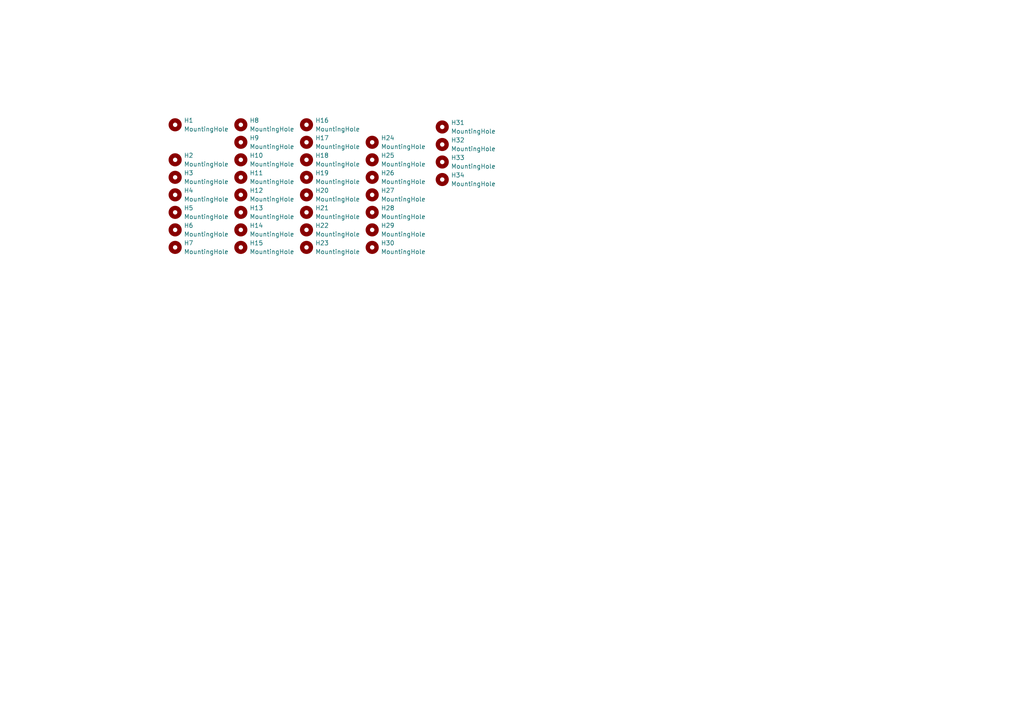
<source format=kicad_sch>
(kicad_sch (version 20211123) (generator eeschema)
  (paper "A4")
  (lib_symbols
    (symbol "Mechanical:MountingHole" (pin_names (offset 1.016))
      (property "Reference" "H" (at 0 5.08 0))
      (property "Value" "MountingHole" (at 0 3.175 0))
      (symbol "MountingHole_0_1"
        (circle (center 0 0) (radius 1.27) (stroke (width 1.27)))
      )
    )
  )
  (symbol (lib_id "Mechanical:MountingHole") (at 50.8 36.195 0) (unit 1)
    (property "Reference" "H1" (at 53.34 34.9249 0) (effects (justify left)))
    (property "Value" "MountingHole" (at 53.34 37.4649 0) (effects (justify left)))
    (property "Footprint" "cipulot_parts:HOLE_M2" (effects hide))
  )
  (symbol (lib_id "Mechanical:MountingHole") (at 107.95 41.275 0) (unit 1)
    (property "Reference" "H24" (at 110.49 40.0049 0) (effects (justify left)))
    (property "Value" "MountingHole" (at 110.49 42.5449 0) (effects (justify left)))
    (property "Footprint" "cipulot_parts:HOLE_M2" (effects hide))
  )
  (symbol (lib_id "Mechanical:MountingHole") (at 128.27 41.91 0) (unit 1)
    (property "Reference" "H32" (at 130.81 40.6399 0) (effects (justify left)))
    (property "Value" "MountingHole" (at 130.81 43.1799 0) (effects (justify left)))
    (property "Footprint" "cipulot_parts:HOLE_M2" (effects hide))
  )
  (symbol (lib_id "Mechanical:MountingHole") (at 69.85 66.675 0) (unit 1)
    (property "Reference" "H14" (at 72.39 65.4049 0) (effects (justify left)))
    (property "Value" "MountingHole" (at 72.39 67.9449 0) (effects (justify left)))
    (property "Footprint" "cipulot_parts:HOLE_M2" (effects hide))
  )
  (symbol (lib_id "Mechanical:MountingHole") (at 69.85 61.595 0) (unit 1)
    (property "Reference" "H13" (at 72.39 60.3249 0) (effects (justify left)))
    (property "Value" "MountingHole" (at 72.39 62.8649 0) (effects (justify left)))
    (property "Footprint" "cipulot_parts:HOLE_M2" (effects hide))
  )
  (symbol (lib_id "Mechanical:MountingHole") (at 69.85 51.435 0) (unit 1)
    (property "Reference" "H11" (at 72.39 50.1649 0) (effects (justify left)))
    (property "Value" "MountingHole" (at 72.39 52.7049 0) (effects (justify left)))
    (property "Footprint" "cipulot_parts:HOLE_M2" (effects hide))
  )
  (symbol (lib_id "Mechanical:MountingHole") (at 69.85 41.275 0) (unit 1)
    (property "Reference" "H9" (at 72.39 40.0049 0) (effects (justify left)))
    (property "Value" "MountingHole" (at 72.39 42.5449 0) (effects (justify left)))
    (property "Footprint" "cipulot_parts:HOLE_M2" (effects hide))
  )
  (symbol (lib_id "Mechanical:MountingHole") (at 107.95 46.355 0) (unit 1)
    (property "Reference" "H25" (at 110.49 45.0849 0) (effects (justify left)))
    (property "Value" "MountingHole" (at 110.49 47.6249 0) (effects (justify left)))
    (property "Footprint" "cipulot_parts:HOLE_M2" (effects hide))
  )
  (symbol (lib_id "Mechanical:MountingHole") (at 50.8 51.435 0) (unit 1)
    (property "Reference" "H3" (at 53.34 50.1649 0) (effects (justify left)))
    (property "Value" "MountingHole" (at 53.34 52.7049 0) (effects (justify left)))
    (property "Footprint" "cipulot_parts:HOLE_M2" (effects hide))
  )
  (symbol (lib_id "Mechanical:MountingHole") (at 69.85 71.755 0) (unit 1)
    (property "Reference" "H15" (at 72.39 70.4849 0) (effects (justify left)))
    (property "Value" "MountingHole" (at 72.39 73.0249 0) (effects (justify left)))
    (property "Footprint" "cipulot_parts:HOLE_M2" (effects hide))
  )
  (symbol (lib_id "Mechanical:MountingHole") (at 50.8 61.595 0) (unit 1)
    (property "Reference" "H5" (at 53.34 60.3249 0) (effects (justify left)))
    (property "Value" "MountingHole" (at 53.34 62.8649 0) (effects (justify left)))
    (property "Footprint" "cipulot_parts:HOLE_M2" (effects hide))
  )
  (symbol (lib_id "Mechanical:MountingHole") (at 88.9 56.515 0) (unit 1)
    (property "Reference" "H20" (at 91.44 55.2449 0) (effects (justify left)))
    (property "Value" "MountingHole" (at 91.44 57.7849 0) (effects (justify left)))
    (property "Footprint" "cipulot_parts:HOLE_M2" (effects hide))
  )
  (symbol (lib_id "Mechanical:MountingHole") (at 88.9 36.195 0) (unit 1)
    (property "Reference" "H16" (at 91.44 34.9249 0) (effects (justify left)))
    (property "Value" "MountingHole" (at 91.44 37.4649 0) (effects (justify left)))
    (property "Footprint" "cipulot_parts:HOLE_M2" (effects hide))
  )
  (symbol (lib_id "Mechanical:MountingHole") (at 107.95 71.755 0) (unit 1)
    (property "Reference" "H30" (at 110.49 70.4849 0) (effects (justify left)))
    (property "Value" "MountingHole" (at 110.49 73.0249 0) (effects (justify left)))
    (property "Footprint" "cipulot_parts:HOLE_M2" (effects hide))
  )
  (symbol (lib_id "Mechanical:MountingHole") (at 128.27 36.83 0) (unit 1)
    (property "Reference" "H31" (at 130.81 35.5599 0) (effects (justify left)))
    (property "Value" "MountingHole" (at 130.81 38.0999 0) (effects (justify left)))
    (property "Footprint" "cipulot_parts:HOLE_M2" (effects hide))
  )
  (symbol (lib_id "Mechanical:MountingHole") (at 128.27 52.07 0) (unit 1)
    (property "Reference" "H34" (at 130.81 50.7999 0) (effects (justify left)))
    (property "Value" "MountingHole" (at 130.81 53.3399 0) (effects (justify left)))
    (property "Footprint" "cipulot_parts:HOLE_M2" (effects hide))
  )
  (symbol (lib_id "Mechanical:MountingHole") (at 69.85 56.515 0) (unit 1)
    (property "Reference" "H12" (at 72.39 55.2449 0) (effects (justify left)))
    (property "Value" "MountingHole" (at 72.39 57.7849 0) (effects (justify left)))
    (property "Footprint" "cipulot_parts:HOLE_M2" (effects hide))
  )
  (symbol (lib_id "Mechanical:MountingHole") (at 50.8 56.515 0) (unit 1)
    (property "Reference" "H4" (at 53.34 55.2449 0) (effects (justify left)))
    (property "Value" "MountingHole" (at 53.34 57.7849 0) (effects (justify left)))
    (property "Footprint" "cipulot_parts:HOLE_M2" (effects hide))
  )
  (symbol (lib_id "Mechanical:MountingHole") (at 88.9 71.755 0) (unit 1)
    (property "Reference" "H23" (at 91.44 70.4849 0) (effects (justify left)))
    (property "Value" "MountingHole" (at 91.44 73.0249 0) (effects (justify left)))
    (property "Footprint" "cipulot_parts:HOLE_M2" (effects hide))
  )
  (symbol (lib_id "Mechanical:MountingHole") (at 107.95 66.675 0) (unit 1)
    (property "Reference" "H29" (at 110.49 65.4049 0) (effects (justify left)))
    (property "Value" "MountingHole" (at 110.49 67.9449 0) (effects (justify left)))
    (property "Footprint" "cipulot_parts:HOLE_M2" (effects hide))
  )
  (symbol (lib_id "Mechanical:MountingHole") (at 88.9 51.435 0) (unit 1)
    (property "Reference" "H19" (at 91.44 50.1649 0) (effects (justify left)))
    (property "Value" "MountingHole" (at 91.44 52.7049 0) (effects (justify left)))
    (property "Footprint" "cipulot_parts:HOLE_M2" (effects hide))
  )
  (symbol (lib_id "Mechanical:MountingHole") (at 69.85 36.195 0) (unit 1)
    (property "Reference" "H8" (at 72.39 34.9249 0) (effects (justify left)))
    (property "Value" "MountingHole" (at 72.39 37.4649 0) (effects (justify left)))
    (property "Footprint" "cipulot_parts:HOLE_M2" (effects hide))
  )
  (symbol (lib_id "Mechanical:MountingHole") (at 107.95 56.515 0) (unit 1)
    (property "Reference" "H27" (at 110.49 55.2449 0) (effects (justify left)))
    (property "Value" "MountingHole" (at 110.49 57.7849 0) (effects (justify left)))
    (property "Footprint" "cipulot_parts:HOLE_M2" (effects hide))
  )
  (symbol (lib_id "Mechanical:MountingHole") (at 50.8 46.355 0) (unit 1)
    (property "Reference" "H2" (at 53.34 45.0849 0) (effects (justify left)))
    (property "Value" "MountingHole" (at 53.34 47.6249 0) (effects (justify left)))
    (property "Footprint" "cipulot_parts:HOLE_M2" (effects hide))
  )
  (symbol (lib_id "Mechanical:MountingHole") (at 50.8 66.675 0) (unit 1)
    (property "Reference" "H6" (at 53.34 65.4049 0) (effects (justify left)))
    (property "Value" "MountingHole" (at 53.34 67.9449 0) (effects (justify left)))
    (property "Footprint" "cipulot_parts:HOLE_M2" (effects hide))
  )
  (symbol (lib_id "Mechanical:MountingHole") (at 107.95 51.435 0) (unit 1)
    (property "Reference" "H26" (at 110.49 50.1649 0) (effects (justify left)))
    (property "Value" "MountingHole" (at 110.49 52.7049 0) (effects (justify left)))
    (property "Footprint" "cipulot_parts:HOLE_M2" (effects hide))
  )
  (symbol (lib_id "Mechanical:MountingHole") (at 88.9 66.675 0) (unit 1)
    (property "Reference" "H22" (at 91.44 65.4049 0) (effects (justify left)))
    (property "Value" "MountingHole" (at 91.44 67.9449 0) (effects (justify left)))
    (property "Footprint" "cipulot_parts:HOLE_M2" (effects hide))
  )
  (symbol (lib_id "Mechanical:MountingHole") (at 69.85 46.355 0) (unit 1)
    (property "Reference" "H10" (at 72.39 45.0849 0) (effects (justify left)))
    (property "Value" "MountingHole" (at 72.39 47.6249 0) (effects (justify left)))
    (property "Footprint" "cipulot_parts:HOLE_M2" (effects hide))
  )
  (symbol (lib_id "Mechanical:MountingHole") (at 128.27 46.99 0) (unit 1)
    (property "Reference" "H33" (at 130.81 45.7199 0) (effects (justify left)))
    (property "Value" "MountingHole" (at 130.81 48.2599 0) (effects (justify left)))
    (property "Footprint" "cipulot_parts:HOLE_M2" (effects hide))
  )
  (symbol (lib_id "Mechanical:MountingHole") (at 88.9 61.595 0) (unit 1)
    (property "Reference" "H21" (at 91.44 60.3249 0) (effects (justify left)))
    (property "Value" "MountingHole" (at 91.44 62.8649 0) (effects (justify left)))
    (property "Footprint" "cipulot_parts:HOLE_M2" (effects hide))
  )
  (symbol (lib_id "Mechanical:MountingHole") (at 107.95 61.595 0) (unit 1)
    (property "Reference" "H28" (at 110.49 60.3249 0) (effects (justify left)))
    (property "Value" "MountingHole" (at 110.49 62.8649 0) (effects (justify left)))
    (property "Footprint" "cipulot_parts:HOLE_M2" (effects hide))
  )
  (symbol (lib_id "Mechanical:MountingHole") (at 88.9 41.275 0) (unit 1)
    (property "Reference" "H17" (at 91.44 40.0049 0) (effects (justify left)))
    (property "Value" "MountingHole" (at 91.44 42.5449 0) (effects (justify left)))
    (property "Footprint" "cipulot_parts:HOLE_M2" (effects hide))
  )
  (symbol (lib_id "Mechanical:MountingHole") (at 88.9 46.355 0) (unit 1)
    (property "Reference" "H18" (at 91.44 45.0849 0) (effects (justify left)))
    (property "Value" "MountingHole" (at 91.44 47.6249 0) (effects (justify left)))
    (property "Footprint" "cipulot_parts:HOLE_M2" (effects hide))
  )
  (symbol (lib_id "Mechanical:MountingHole") (at 50.8 71.755 0) (unit 1)
    (property "Reference" "H7" (at 53.34 70.4849 0) (effects (justify left)))
    (property "Value" "MountingHole" (at 53.34 73.0249 0) (effects (justify left)))
    (property "Footprint" "cipulot_parts:HOLE_M2" (effects hide))
  )
)
</source>
